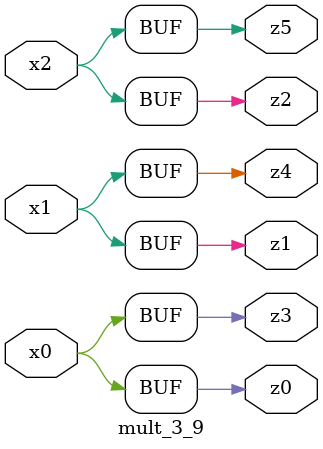
<source format=v>

module mult_3_9 ( 
    x0, x1, x2,
    z0, z1, z2, z3, z4, z5  );
  input  x0, x1, x2;
  output z0, z1, z2, z3, z4, z5;
  assign z0 = x0;
  assign z1 = x1;
  assign z2 = x2;
  assign z3 = x0;
  assign z4 = x1;
  assign z5 = x2;
endmodule



</source>
